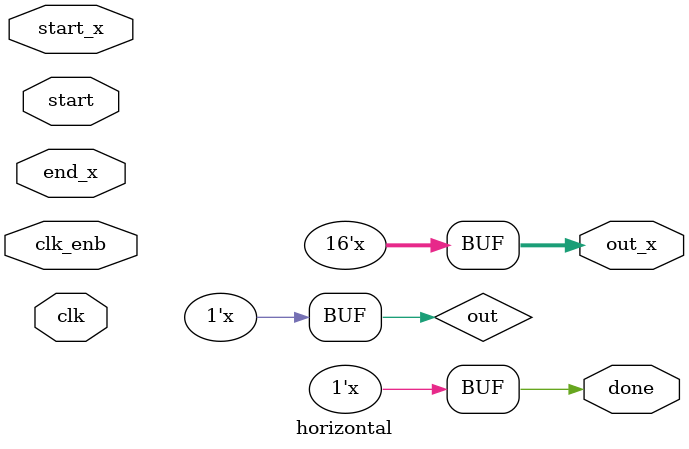
<source format=v>
`timescale 1ns / 1ps


module horizontal(
        input [15:0] start_x,end_x,
        input start,
        input clk,
        input clk_enb,
        output reg done,
        output reg [15:0] out_x
    );
    reg out;
    wire [15:0]d;
    assign d = start_x>end_x? -16'd1:16'd1;
    initial
    begin
        done = 1'b1;
        out = 1'b0;
    end
    always @(clk)
    begin
        if(clk_enb)
        begin
        if(start&~out)
        begin
            done <= 1'b0;
            out <= 1'b1;
            out_x <= start_x;
        end
        if(out)
        begin
            if(out_x==end_x)
            begin
                out=1'b0;
                done=1'b1;
            end
            else
            begin
                out_x=out_x+d;
            end            
        end
        end
    end
    
    
endmodule

</source>
